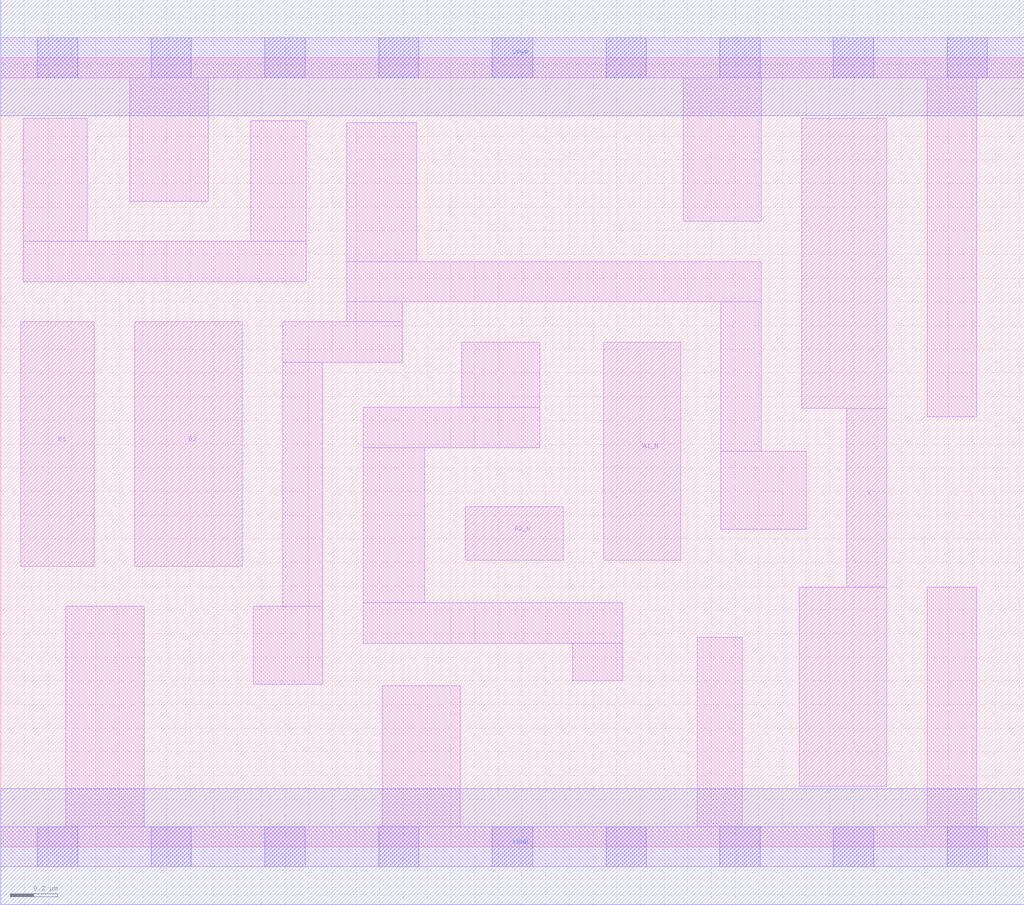
<source format=lef>
# Copyright 2020 The SkyWater PDK Authors
#
# Licensed under the Apache License, Version 2.0 (the "License");
# you may not use this file except in compliance with the License.
# You may obtain a copy of the License at
#
#     https://www.apache.org/licenses/LICENSE-2.0
#
# Unless required by applicable law or agreed to in writing, software
# distributed under the License is distributed on an "AS IS" BASIS,
# WITHOUT WARRANTIES OR CONDITIONS OF ANY KIND, either express or implied.
# See the License for the specific language governing permissions and
# limitations under the License.
#
# SPDX-License-Identifier: Apache-2.0

VERSION 5.7 ;
  NAMESCASESENSITIVE ON ;
  NOWIREEXTENSIONATPIN ON ;
  DIVIDERCHAR "/" ;
  BUSBITCHARS "[]" ;
UNITS
  DATABASE MICRONS 200 ;
END UNITS
MACRO sky130_fd_sc_lp__a2bb2o_2
  CLASS CORE ;
  FOREIGN sky130_fd_sc_lp__a2bb2o_2 ;
  ORIGIN  0.000000  0.000000 ;
  SIZE  4.320000 BY  3.330000 ;
  SYMMETRY X Y R90 ;
  SITE unit ;
  PIN A1_N
    ANTENNAGATEAREA  0.159000 ;
    DIRECTION INPUT ;
    USE SIGNAL ;
    PORT
      LAYER li1 ;
        RECT 2.545000 1.210000 2.870000 2.130000 ;
    END
  END A1_N
  PIN A2_N
    ANTENNAGATEAREA  0.159000 ;
    DIRECTION INPUT ;
    USE SIGNAL ;
    PORT
      LAYER li1 ;
        RECT 1.960000 1.210000 2.375000 1.435000 ;
    END
  END A2_N
  PIN B1
    ANTENNAGATEAREA  0.159000 ;
    DIRECTION INPUT ;
    USE SIGNAL ;
    PORT
      LAYER li1 ;
        RECT 0.085000 1.185000 0.395000 2.215000 ;
    END
  END B1
  PIN B2
    ANTENNAGATEAREA  0.159000 ;
    DIRECTION INPUT ;
    USE SIGNAL ;
    PORT
      LAYER li1 ;
        RECT 0.565000 1.185000 1.020000 2.215000 ;
    END
  END B2
  PIN X
    ANTENNADIFFAREA  0.588000 ;
    DIRECTION OUTPUT ;
    USE SIGNAL ;
    PORT
      LAYER li1 ;
        RECT 3.370000 0.255000 3.740000 1.095000 ;
        RECT 3.380000 1.850000 3.740000 3.075000 ;
        RECT 3.570000 1.095000 3.740000 1.850000 ;
    END
  END X
  PIN VGND
    DIRECTION INOUT ;
    USE GROUND ;
    PORT
      LAYER met1 ;
        RECT 0.000000 -0.245000 4.320000 0.245000 ;
    END
  END VGND
  PIN VPWR
    DIRECTION INOUT ;
    USE POWER ;
    PORT
      LAYER met1 ;
        RECT 0.000000 3.085000 4.320000 3.575000 ;
    END
  END VPWR
  OBS
    LAYER li1 ;
      RECT 0.000000 -0.085000 4.320000 0.085000 ;
      RECT 0.000000  3.245000 4.320000 3.415000 ;
      RECT 0.095000  2.385000 1.290000 2.555000 ;
      RECT 0.095000  2.555000 0.365000 3.075000 ;
      RECT 0.275000  0.085000 0.605000 1.015000 ;
      RECT 0.545000  2.725000 0.875000 3.245000 ;
      RECT 1.055000  2.555000 1.290000 3.065000 ;
      RECT 1.065000  0.685000 1.360000 1.015000 ;
      RECT 1.190000  1.015000 1.360000 2.045000 ;
      RECT 1.190000  2.045000 1.695000 2.215000 ;
      RECT 1.460000  2.215000 1.695000 2.300000 ;
      RECT 1.460000  2.300000 3.210000 2.470000 ;
      RECT 1.460000  2.470000 1.755000 3.055000 ;
      RECT 1.530000  0.860000 2.625000 1.030000 ;
      RECT 1.530000  1.030000 1.790000 1.685000 ;
      RECT 1.530000  1.685000 2.275000 1.855000 ;
      RECT 1.610000  0.085000 1.940000 0.680000 ;
      RECT 1.945000  1.855000 2.275000 2.130000 ;
      RECT 2.415000  0.700000 2.625000 0.860000 ;
      RECT 2.880000  2.640000 3.210000 3.245000 ;
      RECT 2.940000  0.085000 3.130000 0.885000 ;
      RECT 3.040000  1.340000 3.400000 1.670000 ;
      RECT 3.040000  1.670000 3.210000 2.300000 ;
      RECT 3.910000  0.085000 4.120000 1.095000 ;
      RECT 3.910000  1.815000 4.120000 3.245000 ;
    LAYER mcon ;
      RECT 0.155000 -0.085000 0.325000 0.085000 ;
      RECT 0.155000  3.245000 0.325000 3.415000 ;
      RECT 0.635000 -0.085000 0.805000 0.085000 ;
      RECT 0.635000  3.245000 0.805000 3.415000 ;
      RECT 1.115000 -0.085000 1.285000 0.085000 ;
      RECT 1.115000  3.245000 1.285000 3.415000 ;
      RECT 1.595000 -0.085000 1.765000 0.085000 ;
      RECT 1.595000  3.245000 1.765000 3.415000 ;
      RECT 2.075000 -0.085000 2.245000 0.085000 ;
      RECT 2.075000  3.245000 2.245000 3.415000 ;
      RECT 2.555000 -0.085000 2.725000 0.085000 ;
      RECT 2.555000  3.245000 2.725000 3.415000 ;
      RECT 3.035000 -0.085000 3.205000 0.085000 ;
      RECT 3.035000  3.245000 3.205000 3.415000 ;
      RECT 3.515000 -0.085000 3.685000 0.085000 ;
      RECT 3.515000  3.245000 3.685000 3.415000 ;
      RECT 3.995000 -0.085000 4.165000 0.085000 ;
      RECT 3.995000  3.245000 4.165000 3.415000 ;
  END
END sky130_fd_sc_lp__a2bb2o_2
END LIBRARY

</source>
